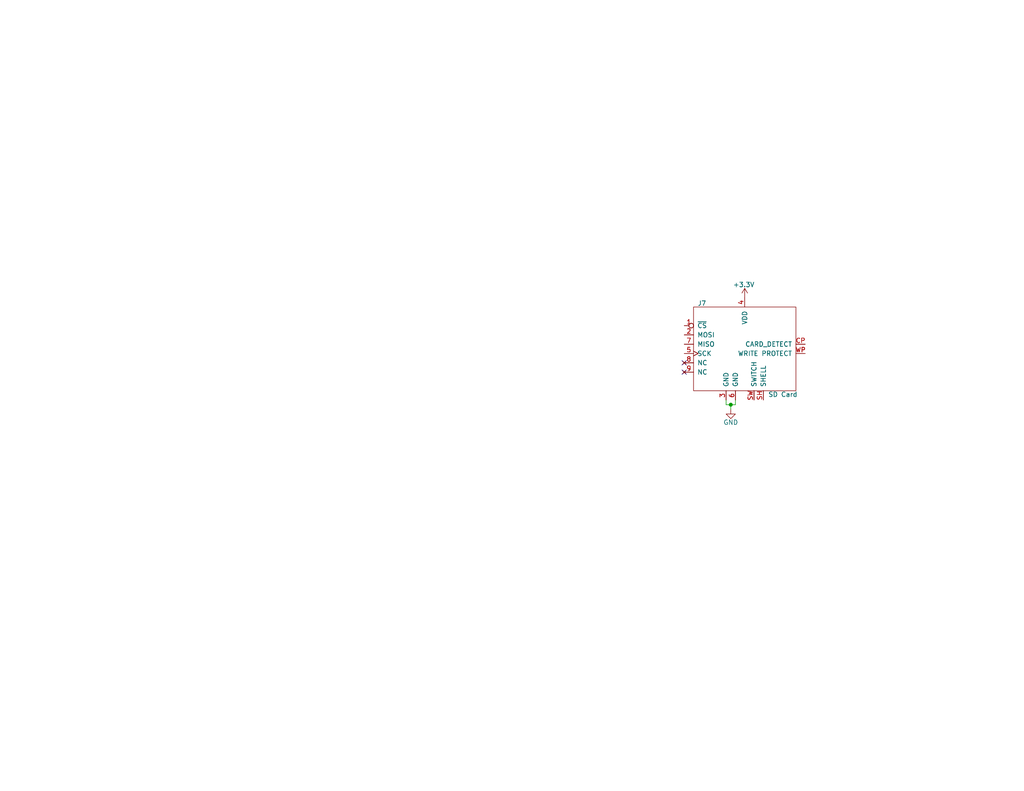
<source format=kicad_sch>
(kicad_sch (version 20231120) (generator "eeschema") (generator_version "8.0")
  (paper "A")
  (title_block (title "Sentinel 65X") (date "2024-05-24") (rev "5") (company "Studio 8502"))
  (lib_symbols
    (symbol "Sentinel 65X Prototype 5:SD_Card" (pin_names (offset 1.016))
      (property "Reference" "J7" (at -19.558 13.716 0))
      (property "Value" "SD_Card" (at 2.54 -11.43 0))
      (symbol "SD_Card_0_1"
        (rectangle (start -21.59 12.7) (end 6.35 -10.16))
      )
      (symbol "SD_Card_1_1"
        (pin input line (at -24.13 7.62 0) (length 2.54) (name "CD/DAT3") (number "1") (alternate "~{CS}" input inverted))
        (pin input line (at -24.13 5.08 0) (length 2.54) (name "CMD") (number "2") (alternate "MOSI" input line))
        (pin power_in line (at -12.7 -12.7 90) (length 2.54) (name "GND") (number "3"))
        (pin power_in line (at -7.62 15.24 270) (length 2.54) (name "VDD") (number "4"))
        (pin input line (at -24.13 0 0) (length 2.54) (name "CLK") (number "5") (alternate "SCK" input clock))
        (pin power_in line (at -10.16 -12.7 90) (length 2.54) (name "GND") (number "6"))
        (pin input line (at -24.13 2.54 0) (length 2.54) (name "DAT0") (number "7") (alternate "MISO" output line))
        (pin input line (at -24.13 -2.54 0) (length 2.54) (name "DAT1") (number "8") (alternate "NC" no_connect line))
        (pin input line (at -24.13 -5.08 0) (length 2.54) (name "DAT2") (number "9") (alternate "NC" no_connect line))
        (pin passive line (at 8.89 2.54 180) (length 2.54) (name "CARD_DETECT") (number "CP"))
        (pin input line (at -2.54 -12.7 90) (length 2.54) (name "SHELL") (number "SH"))
        (pin passive line (at -5.08 -12.7 90) (length 2.54) (name "SWITCH") (number "SW"))
        (pin passive line (at 8.89 0 180) (length 2.54) (name "WRITE PROTECT") (number "WP"))
      )
    )
    (symbol "power:+3.3V" (power) (pin_numbers hide) (pin_names (offset 0) hide)
      (property "Value" "+3.3V" (at 0 3.556 0))
      (symbol "+3.3V_0_1"
        (polyline (pts (xy -0.762 1.27) (xy 0 2.54)))
        (polyline (pts (xy 0 0) (xy 0 2.54)))
        (polyline (pts (xy 0 2.54) (xy 0.762 1.27)))
      )
      (symbol "+3.3V_1_1"
        (pin power_in line (at 0 0 90) (length 0) (name "~") (number "1"))
      )
    )
    (symbol "power:GND" (power) (pin_numbers hide) (pin_names (offset 0) hide)
      (property "Value" "GND" (at 0 -3.81 0))
      (symbol "GND_0_1"
        (polyline (pts (xy 0 0) (xy 0 -1.27) (xy 1.27 -1.27) (xy 0 -2.54) (xy -1.27 -1.27) (xy 0 -1.27)))
      )
      (symbol "GND_1_1"
        (pin power_in line (at 0 0 270) (length 0) (name "~") (number "1"))
      )
    )
  )
  (junction (at 199.39 110.49))
  (no_connect (at 186.69 101.6))
  (no_connect (at 186.69 99.06))
  (wire (pts (xy 198.12 109.22) (xy 198.12 110.49)))
  (wire (pts (xy 199.39 110.49) (xy 199.39 111.76)))
  (wire (pts (xy 198.12 110.49) (xy 199.39 110.49)))
  (wire (pts (xy 200.66 109.22) (xy 200.66 110.49)))
  (wire (pts (xy 199.39 110.49) (xy 200.66 110.49)))
  (symbol (lib_id "power:+3.3V") (at 203.2 81.28 0) (unit 1)
    (property "Reference" "#PWR022" (effects (hide yes)))
    (property "Value" "+3.3V" (at 202.946 77.724 0))
    (property "Description" "Power symbol creates a global label with name \"+3.3V\"" (effects (hide yes)))
  )
  (symbol (lib_id "Sentinel 65X Prototype 5:SD_Card") (at 210.82 96.52 0) (unit 1)
    (property "Reference" "J7" (at 190.314 82.8334 0) (effects (justify left)))
    (property "Value" "SD Card" (at 213.614 107.696 0))
    (property "Footprint" "Connector_Card:SD_Hirose_DM1AA_SF_PEJ82" (effects (hide yes)))
    (property "Datasheet" "http://portal.fciconnect.com/Comergent//fci/drawing/10067847.pdf" (effects (hide yes)))
    (property "Description" "SD Card Reader" (effects (hide yes)))
    (pin "9" (alternate "NC"))
    (pin "2" (alternate "MOSI"))
    (pin "5" (alternate "SCK"))
    (pin "8" (alternate "NC"))
    (pin "1" (alternate "~{CS}"))
    (pin "7" (alternate "MISO"))
  )
  (symbol (lib_id "power:GND") (at 199.39 111.76 0) (unit 1)
    (property "Reference" "#PWR023" (effects (hide yes)))
    (property "Value" "GND" (at 199.39 115.316 0))
    (property "Description" "Power symbol creates a global label with name \"GND\" , ground" (effects (hide yes)))
  )
)
</source>
